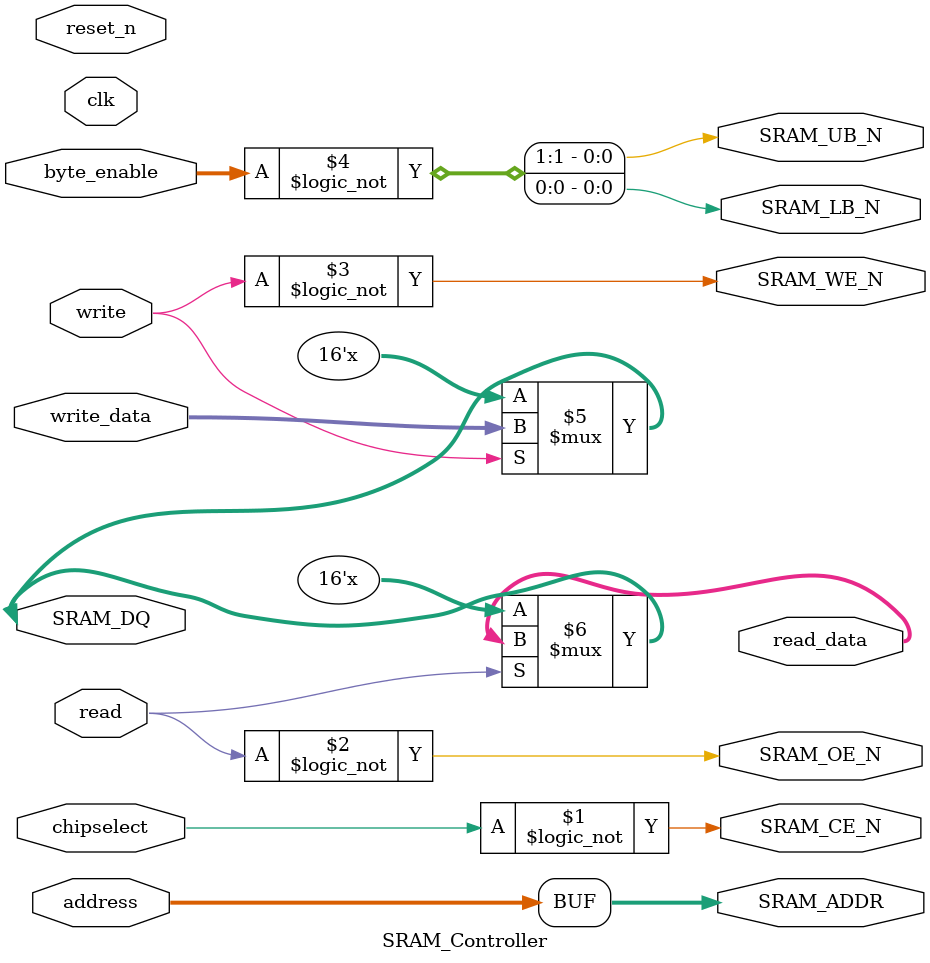
<source format=v>
/*****************************************************************************
 *                                                                           *
 * Module:       SRAM_Controller                                             *
 * Description:                                                              *
 *      This module is used for the sram controller for 3TB4 lab 4           *
 *                                                                           *
 *****************************************************************************/

module SRAM_Controller (
input           clk,
input				 reset_n,
input		[17:0]	address,
input				chipselect,
input		[1:0]	byte_enable,
input				read,
input				write,
input		[15:0]	write_data,

// Bidirectionals
inout		[15:0]	SRAM_DQ,

// Outputs
output		[15:0]	read_data,

output		[17:0]	SRAM_ADDR,

output				SRAM_CE_N,
output				SRAM_WE_N,
output				SRAM_OE_N,
output				SRAM_UB_N,
output				SRAM_LB_N
);

// Add your code here
	assign SRAM_ADDR[17:0] = address[17:0];
	assign SRAM_CE_N = !chipselect;
	assign SRAM_OE_N = !read;
	assign SRAM_WE_N = !write;
	assign {SRAM_UB_N,SRAM_LB_N} = !byte_enable;
	assign SRAM_DQ = (write)?write_data:16'bzzzz;
	assign SRAM_DQ = (read)?read_data:16'bzzzz;



endmodule


</source>
